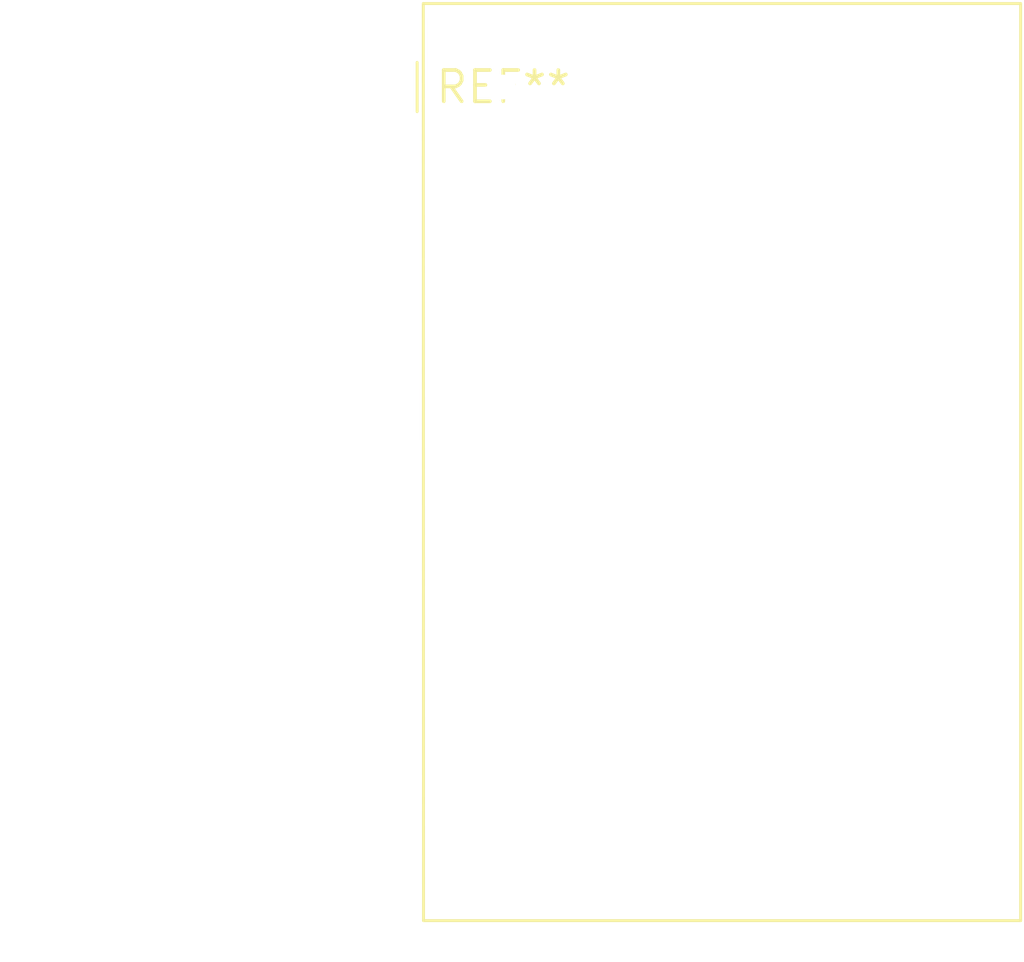
<source format=kicad_pcb>
(kicad_pcb (version 20240108) (generator pcbnew)
  (layers (0 "F.Cu" signal) (31 "B.Cu" signal) (34 "B.Paste" user) (35 "F.Paste" user) (36 "B.SilkS" user "B.Silkscreen") (37 "F.SilkS" user "F.Silkscreen") (38 "B.Mask" user) (39 "F.Mask" user) (44 "Edge.Cuts" user))
  (net 0 "")
  (footprint "Converter_ACDC_RECOM_RAC04-xxSGx_THT" (layer "F.Cu") (at 0 0)
    (property "Reference" "REF**")
    (property "Value" "Converter_ACDC_RECOM_RAC04-xxSGx_THT")
    (fp_line (start -3.5 1) (end -3.5 -1) (layer "F.SilkS") (stroke (width 0.12)))
    (fp_line (start -3.24 -3.39) (end 21.02 -3.39) (layer "F.SilkS") (stroke (width 0.12)))
    (fp_line (start -3.24 33.87) (end -3.25 -3.39) (layer "F.SilkS") (stroke (width 0.12)))
    (fp_line (start -3.24 33.87) (end 21.02 33.87) (layer "F.SilkS") (stroke (width 0.12)))
    (fp_line (start 21.02 -3.39) (end 21.02 33.87) (layer "F.SilkS") (stroke (width 0.12)))
    (pad "1" thru_hole rect (at 0 0 90) (size 2 2) (drill 1) (layers *.Cu *.Mask) (remove_unused_layers))
    (pad "2" thru_hole circle (at 0 5.08 90) (size 2 2) (drill 1) (layers *.Cu *.Mask) (remove_unused_layers))
    (pad "3" thru_hole circle (at 0 30.48 180) (size 2 2) (drill 1) (layers *.Cu *.Mask) (remove_unused_layers))
    (pad "4" thru_hole circle (at 17.78 30.48 90) (size 2 2) (drill 1) (layers *.Cu *.Mask) (remove_unused_layers))
    (pad "5" thru_hole circle (at 17.78 25.4 90) (size 2 2) (drill 1) (layers *.Cu *.Mask) (remove_unused_layers))
  )
)
</source>
